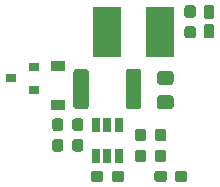
<source format=gtp>
G04 #@! TF.GenerationSoftware,KiCad,Pcbnew,(5.1.2)-1*
G04 #@! TF.CreationDate,2019-05-27T15:40:09+12:00*
G04 #@! TF.ProjectId,TinyBEC,54696e79-4245-4432-9e6b-696361645f70,rev?*
G04 #@! TF.SameCoordinates,Original*
G04 #@! TF.FileFunction,Paste,Top*
G04 #@! TF.FilePolarity,Positive*
%FSLAX46Y46*%
G04 Gerber Fmt 4.6, Leading zero omitted, Abs format (unit mm)*
G04 Created by KiCad (PCBNEW (5.1.2)-1) date 2019-05-27 15:40:10*
%MOMM*%
%LPD*%
G04 APERTURE LIST*
%ADD10C,0.100000*%
%ADD11C,0.950000*%
%ADD12C,1.300000*%
%ADD13R,1.200000X0.900000*%
%ADD14C,0.850000*%
%ADD15R,2.400000X4.200000*%
%ADD16R,0.900000X0.800000*%
%ADD17R,0.650000X1.220000*%
%ADD18C,1.150000*%
G04 APERTURE END LIST*
D10*
G36*
X126560779Y-107001144D02*
G01*
X126583834Y-107004563D01*
X126606443Y-107010227D01*
X126628387Y-107018079D01*
X126649457Y-107028044D01*
X126669448Y-107040026D01*
X126688168Y-107053910D01*
X126705438Y-107069562D01*
X126721090Y-107086832D01*
X126734974Y-107105552D01*
X126746956Y-107125543D01*
X126756921Y-107146613D01*
X126764773Y-107168557D01*
X126770437Y-107191166D01*
X126773856Y-107214221D01*
X126775000Y-107237500D01*
X126775000Y-107812500D01*
X126773856Y-107835779D01*
X126770437Y-107858834D01*
X126764773Y-107881443D01*
X126756921Y-107903387D01*
X126746956Y-107924457D01*
X126734974Y-107944448D01*
X126721090Y-107963168D01*
X126705438Y-107980438D01*
X126688168Y-107996090D01*
X126669448Y-108009974D01*
X126649457Y-108021956D01*
X126628387Y-108031921D01*
X126606443Y-108039773D01*
X126583834Y-108045437D01*
X126560779Y-108048856D01*
X126537500Y-108050000D01*
X126062500Y-108050000D01*
X126039221Y-108048856D01*
X126016166Y-108045437D01*
X125993557Y-108039773D01*
X125971613Y-108031921D01*
X125950543Y-108021956D01*
X125930552Y-108009974D01*
X125911832Y-107996090D01*
X125894562Y-107980438D01*
X125878910Y-107963168D01*
X125865026Y-107944448D01*
X125853044Y-107924457D01*
X125843079Y-107903387D01*
X125835227Y-107881443D01*
X125829563Y-107858834D01*
X125826144Y-107835779D01*
X125825000Y-107812500D01*
X125825000Y-107237500D01*
X125826144Y-107214221D01*
X125829563Y-107191166D01*
X125835227Y-107168557D01*
X125843079Y-107146613D01*
X125853044Y-107125543D01*
X125865026Y-107105552D01*
X125878910Y-107086832D01*
X125894562Y-107069562D01*
X125911832Y-107053910D01*
X125930552Y-107040026D01*
X125950543Y-107028044D01*
X125971613Y-107018079D01*
X125993557Y-107010227D01*
X126016166Y-107004563D01*
X126039221Y-107001144D01*
X126062500Y-107000000D01*
X126537500Y-107000000D01*
X126560779Y-107001144D01*
X126560779Y-107001144D01*
G37*
D11*
X126300000Y-107525000D03*
D10*
G36*
X126560779Y-108751144D02*
G01*
X126583834Y-108754563D01*
X126606443Y-108760227D01*
X126628387Y-108768079D01*
X126649457Y-108778044D01*
X126669448Y-108790026D01*
X126688168Y-108803910D01*
X126705438Y-108819562D01*
X126721090Y-108836832D01*
X126734974Y-108855552D01*
X126746956Y-108875543D01*
X126756921Y-108896613D01*
X126764773Y-108918557D01*
X126770437Y-108941166D01*
X126773856Y-108964221D01*
X126775000Y-108987500D01*
X126775000Y-109562500D01*
X126773856Y-109585779D01*
X126770437Y-109608834D01*
X126764773Y-109631443D01*
X126756921Y-109653387D01*
X126746956Y-109674457D01*
X126734974Y-109694448D01*
X126721090Y-109713168D01*
X126705438Y-109730438D01*
X126688168Y-109746090D01*
X126669448Y-109759974D01*
X126649457Y-109771956D01*
X126628387Y-109781921D01*
X126606443Y-109789773D01*
X126583834Y-109795437D01*
X126560779Y-109798856D01*
X126537500Y-109800000D01*
X126062500Y-109800000D01*
X126039221Y-109798856D01*
X126016166Y-109795437D01*
X125993557Y-109789773D01*
X125971613Y-109781921D01*
X125950543Y-109771956D01*
X125930552Y-109759974D01*
X125911832Y-109746090D01*
X125894562Y-109730438D01*
X125878910Y-109713168D01*
X125865026Y-109694448D01*
X125853044Y-109674457D01*
X125843079Y-109653387D01*
X125835227Y-109631443D01*
X125829563Y-109608834D01*
X125826144Y-109585779D01*
X125825000Y-109562500D01*
X125825000Y-108987500D01*
X125826144Y-108964221D01*
X125829563Y-108941166D01*
X125835227Y-108918557D01*
X125843079Y-108896613D01*
X125853044Y-108875543D01*
X125865026Y-108855552D01*
X125878910Y-108836832D01*
X125894562Y-108819562D01*
X125911832Y-108803910D01*
X125930552Y-108790026D01*
X125950543Y-108778044D01*
X125971613Y-108768079D01*
X125993557Y-108760227D01*
X126016166Y-108754563D01*
X126039221Y-108751144D01*
X126062500Y-108750000D01*
X126537500Y-108750000D01*
X126560779Y-108751144D01*
X126560779Y-108751144D01*
G37*
D11*
X126300000Y-109275000D03*
D10*
G36*
X121699504Y-101901204D02*
G01*
X121723773Y-101904804D01*
X121747571Y-101910765D01*
X121770671Y-101919030D01*
X121792849Y-101929520D01*
X121813893Y-101942133D01*
X121833598Y-101956747D01*
X121851777Y-101973223D01*
X121868253Y-101991402D01*
X121882867Y-102011107D01*
X121895480Y-102032151D01*
X121905970Y-102054329D01*
X121914235Y-102077429D01*
X121920196Y-102101227D01*
X121923796Y-102125496D01*
X121925000Y-102150000D01*
X121925000Y-105050000D01*
X121923796Y-105074504D01*
X121920196Y-105098773D01*
X121914235Y-105122571D01*
X121905970Y-105145671D01*
X121895480Y-105167849D01*
X121882867Y-105188893D01*
X121868253Y-105208598D01*
X121851777Y-105226777D01*
X121833598Y-105243253D01*
X121813893Y-105257867D01*
X121792849Y-105270480D01*
X121770671Y-105280970D01*
X121747571Y-105289235D01*
X121723773Y-105295196D01*
X121699504Y-105298796D01*
X121675000Y-105300000D01*
X120875000Y-105300000D01*
X120850496Y-105298796D01*
X120826227Y-105295196D01*
X120802429Y-105289235D01*
X120779329Y-105280970D01*
X120757151Y-105270480D01*
X120736107Y-105257867D01*
X120716402Y-105243253D01*
X120698223Y-105226777D01*
X120681747Y-105208598D01*
X120667133Y-105188893D01*
X120654520Y-105167849D01*
X120644030Y-105145671D01*
X120635765Y-105122571D01*
X120629804Y-105098773D01*
X120626204Y-105074504D01*
X120625000Y-105050000D01*
X120625000Y-102150000D01*
X120626204Y-102125496D01*
X120629804Y-102101227D01*
X120635765Y-102077429D01*
X120644030Y-102054329D01*
X120654520Y-102032151D01*
X120667133Y-102011107D01*
X120681747Y-101991402D01*
X120698223Y-101973223D01*
X120716402Y-101956747D01*
X120736107Y-101942133D01*
X120757151Y-101929520D01*
X120779329Y-101919030D01*
X120802429Y-101910765D01*
X120826227Y-101904804D01*
X120850496Y-101901204D01*
X120875000Y-101900000D01*
X121675000Y-101900000D01*
X121699504Y-101901204D01*
X121699504Y-101901204D01*
G37*
D12*
X121275000Y-103600000D03*
D10*
G36*
X126149504Y-101901204D02*
G01*
X126173773Y-101904804D01*
X126197571Y-101910765D01*
X126220671Y-101919030D01*
X126242849Y-101929520D01*
X126263893Y-101942133D01*
X126283598Y-101956747D01*
X126301777Y-101973223D01*
X126318253Y-101991402D01*
X126332867Y-102011107D01*
X126345480Y-102032151D01*
X126355970Y-102054329D01*
X126364235Y-102077429D01*
X126370196Y-102101227D01*
X126373796Y-102125496D01*
X126375000Y-102150000D01*
X126375000Y-105050000D01*
X126373796Y-105074504D01*
X126370196Y-105098773D01*
X126364235Y-105122571D01*
X126355970Y-105145671D01*
X126345480Y-105167849D01*
X126332867Y-105188893D01*
X126318253Y-105208598D01*
X126301777Y-105226777D01*
X126283598Y-105243253D01*
X126263893Y-105257867D01*
X126242849Y-105270480D01*
X126220671Y-105280970D01*
X126197571Y-105289235D01*
X126173773Y-105295196D01*
X126149504Y-105298796D01*
X126125000Y-105300000D01*
X125325000Y-105300000D01*
X125300496Y-105298796D01*
X125276227Y-105295196D01*
X125252429Y-105289235D01*
X125229329Y-105280970D01*
X125207151Y-105270480D01*
X125186107Y-105257867D01*
X125166402Y-105243253D01*
X125148223Y-105226777D01*
X125131747Y-105208598D01*
X125117133Y-105188893D01*
X125104520Y-105167849D01*
X125094030Y-105145671D01*
X125085765Y-105122571D01*
X125079804Y-105098773D01*
X125076204Y-105074504D01*
X125075000Y-105050000D01*
X125075000Y-102150000D01*
X125076204Y-102125496D01*
X125079804Y-102101227D01*
X125085765Y-102077429D01*
X125094030Y-102054329D01*
X125104520Y-102032151D01*
X125117133Y-102011107D01*
X125131747Y-101991402D01*
X125148223Y-101973223D01*
X125166402Y-101956747D01*
X125186107Y-101942133D01*
X125207151Y-101929520D01*
X125229329Y-101919030D01*
X125252429Y-101910765D01*
X125276227Y-101904804D01*
X125300496Y-101901204D01*
X125325000Y-101900000D01*
X126125000Y-101900000D01*
X126149504Y-101901204D01*
X126149504Y-101901204D01*
G37*
D12*
X125725000Y-103600000D03*
D13*
X119300000Y-101650000D03*
X119300000Y-104950000D03*
D10*
G36*
X132333329Y-98101023D02*
G01*
X132353957Y-98104083D01*
X132374185Y-98109150D01*
X132393820Y-98116176D01*
X132412672Y-98125092D01*
X132430559Y-98135813D01*
X132447309Y-98148235D01*
X132462760Y-98162240D01*
X132476765Y-98177691D01*
X132489187Y-98194441D01*
X132499908Y-98212328D01*
X132508824Y-98231180D01*
X132515850Y-98250815D01*
X132520917Y-98271043D01*
X132523977Y-98291671D01*
X132525000Y-98312500D01*
X132525000Y-99112500D01*
X132523977Y-99133329D01*
X132520917Y-99153957D01*
X132515850Y-99174185D01*
X132508824Y-99193820D01*
X132499908Y-99212672D01*
X132489187Y-99230559D01*
X132476765Y-99247309D01*
X132462760Y-99262760D01*
X132447309Y-99276765D01*
X132430559Y-99289187D01*
X132412672Y-99299908D01*
X132393820Y-99308824D01*
X132374185Y-99315850D01*
X132353957Y-99320917D01*
X132333329Y-99323977D01*
X132312500Y-99325000D01*
X131887500Y-99325000D01*
X131866671Y-99323977D01*
X131846043Y-99320917D01*
X131825815Y-99315850D01*
X131806180Y-99308824D01*
X131787328Y-99299908D01*
X131769441Y-99289187D01*
X131752691Y-99276765D01*
X131737240Y-99262760D01*
X131723235Y-99247309D01*
X131710813Y-99230559D01*
X131700092Y-99212672D01*
X131691176Y-99193820D01*
X131684150Y-99174185D01*
X131679083Y-99153957D01*
X131676023Y-99133329D01*
X131675000Y-99112500D01*
X131675000Y-98312500D01*
X131676023Y-98291671D01*
X131679083Y-98271043D01*
X131684150Y-98250815D01*
X131691176Y-98231180D01*
X131700092Y-98212328D01*
X131710813Y-98194441D01*
X131723235Y-98177691D01*
X131737240Y-98162240D01*
X131752691Y-98148235D01*
X131769441Y-98135813D01*
X131787328Y-98125092D01*
X131806180Y-98116176D01*
X131825815Y-98109150D01*
X131846043Y-98104083D01*
X131866671Y-98101023D01*
X131887500Y-98100000D01*
X132312500Y-98100000D01*
X132333329Y-98101023D01*
X132333329Y-98101023D01*
G37*
D14*
X132100000Y-98712500D03*
D10*
G36*
X132333329Y-96476023D02*
G01*
X132353957Y-96479083D01*
X132374185Y-96484150D01*
X132393820Y-96491176D01*
X132412672Y-96500092D01*
X132430559Y-96510813D01*
X132447309Y-96523235D01*
X132462760Y-96537240D01*
X132476765Y-96552691D01*
X132489187Y-96569441D01*
X132499908Y-96587328D01*
X132508824Y-96606180D01*
X132515850Y-96625815D01*
X132520917Y-96646043D01*
X132523977Y-96666671D01*
X132525000Y-96687500D01*
X132525000Y-97487500D01*
X132523977Y-97508329D01*
X132520917Y-97528957D01*
X132515850Y-97549185D01*
X132508824Y-97568820D01*
X132499908Y-97587672D01*
X132489187Y-97605559D01*
X132476765Y-97622309D01*
X132462760Y-97637760D01*
X132447309Y-97651765D01*
X132430559Y-97664187D01*
X132412672Y-97674908D01*
X132393820Y-97683824D01*
X132374185Y-97690850D01*
X132353957Y-97695917D01*
X132333329Y-97698977D01*
X132312500Y-97700000D01*
X131887500Y-97700000D01*
X131866671Y-97698977D01*
X131846043Y-97695917D01*
X131825815Y-97690850D01*
X131806180Y-97683824D01*
X131787328Y-97674908D01*
X131769441Y-97664187D01*
X131752691Y-97651765D01*
X131737240Y-97637760D01*
X131723235Y-97622309D01*
X131710813Y-97605559D01*
X131700092Y-97587672D01*
X131691176Y-97568820D01*
X131684150Y-97549185D01*
X131679083Y-97528957D01*
X131676023Y-97508329D01*
X131675000Y-97487500D01*
X131675000Y-96687500D01*
X131676023Y-96666671D01*
X131679083Y-96646043D01*
X131684150Y-96625815D01*
X131691176Y-96606180D01*
X131700092Y-96587328D01*
X131710813Y-96569441D01*
X131723235Y-96552691D01*
X131737240Y-96537240D01*
X131752691Y-96523235D01*
X131769441Y-96510813D01*
X131787328Y-96500092D01*
X131806180Y-96491176D01*
X131825815Y-96484150D01*
X131846043Y-96479083D01*
X131866671Y-96476023D01*
X131887500Y-96475000D01*
X132312500Y-96475000D01*
X132333329Y-96476023D01*
X132333329Y-96476023D01*
G37*
D14*
X132100000Y-97087500D03*
D15*
X123450000Y-98800000D03*
X127950000Y-98800000D03*
D16*
X117300000Y-103650000D03*
X117300000Y-101750000D03*
X115300000Y-102700000D03*
D10*
G36*
X121260779Y-106101144D02*
G01*
X121283834Y-106104563D01*
X121306443Y-106110227D01*
X121328387Y-106118079D01*
X121349457Y-106128044D01*
X121369448Y-106140026D01*
X121388168Y-106153910D01*
X121405438Y-106169562D01*
X121421090Y-106186832D01*
X121434974Y-106205552D01*
X121446956Y-106225543D01*
X121456921Y-106246613D01*
X121464773Y-106268557D01*
X121470437Y-106291166D01*
X121473856Y-106314221D01*
X121475000Y-106337500D01*
X121475000Y-106912500D01*
X121473856Y-106935779D01*
X121470437Y-106958834D01*
X121464773Y-106981443D01*
X121456921Y-107003387D01*
X121446956Y-107024457D01*
X121434974Y-107044448D01*
X121421090Y-107063168D01*
X121405438Y-107080438D01*
X121388168Y-107096090D01*
X121369448Y-107109974D01*
X121349457Y-107121956D01*
X121328387Y-107131921D01*
X121306443Y-107139773D01*
X121283834Y-107145437D01*
X121260779Y-107148856D01*
X121237500Y-107150000D01*
X120762500Y-107150000D01*
X120739221Y-107148856D01*
X120716166Y-107145437D01*
X120693557Y-107139773D01*
X120671613Y-107131921D01*
X120650543Y-107121956D01*
X120630552Y-107109974D01*
X120611832Y-107096090D01*
X120594562Y-107080438D01*
X120578910Y-107063168D01*
X120565026Y-107044448D01*
X120553044Y-107024457D01*
X120543079Y-107003387D01*
X120535227Y-106981443D01*
X120529563Y-106958834D01*
X120526144Y-106935779D01*
X120525000Y-106912500D01*
X120525000Y-106337500D01*
X120526144Y-106314221D01*
X120529563Y-106291166D01*
X120535227Y-106268557D01*
X120543079Y-106246613D01*
X120553044Y-106225543D01*
X120565026Y-106205552D01*
X120578910Y-106186832D01*
X120594562Y-106169562D01*
X120611832Y-106153910D01*
X120630552Y-106140026D01*
X120650543Y-106128044D01*
X120671613Y-106118079D01*
X120693557Y-106110227D01*
X120716166Y-106104563D01*
X120739221Y-106101144D01*
X120762500Y-106100000D01*
X121237500Y-106100000D01*
X121260779Y-106101144D01*
X121260779Y-106101144D01*
G37*
D11*
X121000000Y-106625000D03*
D10*
G36*
X121260779Y-107851144D02*
G01*
X121283834Y-107854563D01*
X121306443Y-107860227D01*
X121328387Y-107868079D01*
X121349457Y-107878044D01*
X121369448Y-107890026D01*
X121388168Y-107903910D01*
X121405438Y-107919562D01*
X121421090Y-107936832D01*
X121434974Y-107955552D01*
X121446956Y-107975543D01*
X121456921Y-107996613D01*
X121464773Y-108018557D01*
X121470437Y-108041166D01*
X121473856Y-108064221D01*
X121475000Y-108087500D01*
X121475000Y-108662500D01*
X121473856Y-108685779D01*
X121470437Y-108708834D01*
X121464773Y-108731443D01*
X121456921Y-108753387D01*
X121446956Y-108774457D01*
X121434974Y-108794448D01*
X121421090Y-108813168D01*
X121405438Y-108830438D01*
X121388168Y-108846090D01*
X121369448Y-108859974D01*
X121349457Y-108871956D01*
X121328387Y-108881921D01*
X121306443Y-108889773D01*
X121283834Y-108895437D01*
X121260779Y-108898856D01*
X121237500Y-108900000D01*
X120762500Y-108900000D01*
X120739221Y-108898856D01*
X120716166Y-108895437D01*
X120693557Y-108889773D01*
X120671613Y-108881921D01*
X120650543Y-108871956D01*
X120630552Y-108859974D01*
X120611832Y-108846090D01*
X120594562Y-108830438D01*
X120578910Y-108813168D01*
X120565026Y-108794448D01*
X120553044Y-108774457D01*
X120543079Y-108753387D01*
X120535227Y-108731443D01*
X120529563Y-108708834D01*
X120526144Y-108685779D01*
X120525000Y-108662500D01*
X120525000Y-108087500D01*
X120526144Y-108064221D01*
X120529563Y-108041166D01*
X120535227Y-108018557D01*
X120543079Y-107996613D01*
X120553044Y-107975543D01*
X120565026Y-107955552D01*
X120578910Y-107936832D01*
X120594562Y-107919562D01*
X120611832Y-107903910D01*
X120630552Y-107890026D01*
X120650543Y-107878044D01*
X120671613Y-107868079D01*
X120693557Y-107860227D01*
X120716166Y-107854563D01*
X120739221Y-107851144D01*
X120762500Y-107850000D01*
X121237500Y-107850000D01*
X121260779Y-107851144D01*
X121260779Y-107851144D01*
G37*
D11*
X121000000Y-108375000D03*
D10*
G36*
X122935779Y-110526144D02*
G01*
X122958834Y-110529563D01*
X122981443Y-110535227D01*
X123003387Y-110543079D01*
X123024457Y-110553044D01*
X123044448Y-110565026D01*
X123063168Y-110578910D01*
X123080438Y-110594562D01*
X123096090Y-110611832D01*
X123109974Y-110630552D01*
X123121956Y-110650543D01*
X123131921Y-110671613D01*
X123139773Y-110693557D01*
X123145437Y-110716166D01*
X123148856Y-110739221D01*
X123150000Y-110762500D01*
X123150000Y-111237500D01*
X123148856Y-111260779D01*
X123145437Y-111283834D01*
X123139773Y-111306443D01*
X123131921Y-111328387D01*
X123121956Y-111349457D01*
X123109974Y-111369448D01*
X123096090Y-111388168D01*
X123080438Y-111405438D01*
X123063168Y-111421090D01*
X123044448Y-111434974D01*
X123024457Y-111446956D01*
X123003387Y-111456921D01*
X122981443Y-111464773D01*
X122958834Y-111470437D01*
X122935779Y-111473856D01*
X122912500Y-111475000D01*
X122337500Y-111475000D01*
X122314221Y-111473856D01*
X122291166Y-111470437D01*
X122268557Y-111464773D01*
X122246613Y-111456921D01*
X122225543Y-111446956D01*
X122205552Y-111434974D01*
X122186832Y-111421090D01*
X122169562Y-111405438D01*
X122153910Y-111388168D01*
X122140026Y-111369448D01*
X122128044Y-111349457D01*
X122118079Y-111328387D01*
X122110227Y-111306443D01*
X122104563Y-111283834D01*
X122101144Y-111260779D01*
X122100000Y-111237500D01*
X122100000Y-110762500D01*
X122101144Y-110739221D01*
X122104563Y-110716166D01*
X122110227Y-110693557D01*
X122118079Y-110671613D01*
X122128044Y-110650543D01*
X122140026Y-110630552D01*
X122153910Y-110611832D01*
X122169562Y-110594562D01*
X122186832Y-110578910D01*
X122205552Y-110565026D01*
X122225543Y-110553044D01*
X122246613Y-110543079D01*
X122268557Y-110535227D01*
X122291166Y-110529563D01*
X122314221Y-110526144D01*
X122337500Y-110525000D01*
X122912500Y-110525000D01*
X122935779Y-110526144D01*
X122935779Y-110526144D01*
G37*
D11*
X122625000Y-111000000D03*
D10*
G36*
X124685779Y-110526144D02*
G01*
X124708834Y-110529563D01*
X124731443Y-110535227D01*
X124753387Y-110543079D01*
X124774457Y-110553044D01*
X124794448Y-110565026D01*
X124813168Y-110578910D01*
X124830438Y-110594562D01*
X124846090Y-110611832D01*
X124859974Y-110630552D01*
X124871956Y-110650543D01*
X124881921Y-110671613D01*
X124889773Y-110693557D01*
X124895437Y-110716166D01*
X124898856Y-110739221D01*
X124900000Y-110762500D01*
X124900000Y-111237500D01*
X124898856Y-111260779D01*
X124895437Y-111283834D01*
X124889773Y-111306443D01*
X124881921Y-111328387D01*
X124871956Y-111349457D01*
X124859974Y-111369448D01*
X124846090Y-111388168D01*
X124830438Y-111405438D01*
X124813168Y-111421090D01*
X124794448Y-111434974D01*
X124774457Y-111446956D01*
X124753387Y-111456921D01*
X124731443Y-111464773D01*
X124708834Y-111470437D01*
X124685779Y-111473856D01*
X124662500Y-111475000D01*
X124087500Y-111475000D01*
X124064221Y-111473856D01*
X124041166Y-111470437D01*
X124018557Y-111464773D01*
X123996613Y-111456921D01*
X123975543Y-111446956D01*
X123955552Y-111434974D01*
X123936832Y-111421090D01*
X123919562Y-111405438D01*
X123903910Y-111388168D01*
X123890026Y-111369448D01*
X123878044Y-111349457D01*
X123868079Y-111328387D01*
X123860227Y-111306443D01*
X123854563Y-111283834D01*
X123851144Y-111260779D01*
X123850000Y-111237500D01*
X123850000Y-110762500D01*
X123851144Y-110739221D01*
X123854563Y-110716166D01*
X123860227Y-110693557D01*
X123868079Y-110671613D01*
X123878044Y-110650543D01*
X123890026Y-110630552D01*
X123903910Y-110611832D01*
X123919562Y-110594562D01*
X123936832Y-110578910D01*
X123955552Y-110565026D01*
X123975543Y-110553044D01*
X123996613Y-110543079D01*
X124018557Y-110535227D01*
X124041166Y-110529563D01*
X124064221Y-110526144D01*
X124087500Y-110525000D01*
X124662500Y-110525000D01*
X124685779Y-110526144D01*
X124685779Y-110526144D01*
G37*
D11*
X124375000Y-111000000D03*
D10*
G36*
X128260779Y-107001144D02*
G01*
X128283834Y-107004563D01*
X128306443Y-107010227D01*
X128328387Y-107018079D01*
X128349457Y-107028044D01*
X128369448Y-107040026D01*
X128388168Y-107053910D01*
X128405438Y-107069562D01*
X128421090Y-107086832D01*
X128434974Y-107105552D01*
X128446956Y-107125543D01*
X128456921Y-107146613D01*
X128464773Y-107168557D01*
X128470437Y-107191166D01*
X128473856Y-107214221D01*
X128475000Y-107237500D01*
X128475000Y-107812500D01*
X128473856Y-107835779D01*
X128470437Y-107858834D01*
X128464773Y-107881443D01*
X128456921Y-107903387D01*
X128446956Y-107924457D01*
X128434974Y-107944448D01*
X128421090Y-107963168D01*
X128405438Y-107980438D01*
X128388168Y-107996090D01*
X128369448Y-108009974D01*
X128349457Y-108021956D01*
X128328387Y-108031921D01*
X128306443Y-108039773D01*
X128283834Y-108045437D01*
X128260779Y-108048856D01*
X128237500Y-108050000D01*
X127762500Y-108050000D01*
X127739221Y-108048856D01*
X127716166Y-108045437D01*
X127693557Y-108039773D01*
X127671613Y-108031921D01*
X127650543Y-108021956D01*
X127630552Y-108009974D01*
X127611832Y-107996090D01*
X127594562Y-107980438D01*
X127578910Y-107963168D01*
X127565026Y-107944448D01*
X127553044Y-107924457D01*
X127543079Y-107903387D01*
X127535227Y-107881443D01*
X127529563Y-107858834D01*
X127526144Y-107835779D01*
X127525000Y-107812500D01*
X127525000Y-107237500D01*
X127526144Y-107214221D01*
X127529563Y-107191166D01*
X127535227Y-107168557D01*
X127543079Y-107146613D01*
X127553044Y-107125543D01*
X127565026Y-107105552D01*
X127578910Y-107086832D01*
X127594562Y-107069562D01*
X127611832Y-107053910D01*
X127630552Y-107040026D01*
X127650543Y-107028044D01*
X127671613Y-107018079D01*
X127693557Y-107010227D01*
X127716166Y-107004563D01*
X127739221Y-107001144D01*
X127762500Y-107000000D01*
X128237500Y-107000000D01*
X128260779Y-107001144D01*
X128260779Y-107001144D01*
G37*
D11*
X128000000Y-107525000D03*
D10*
G36*
X128260779Y-108751144D02*
G01*
X128283834Y-108754563D01*
X128306443Y-108760227D01*
X128328387Y-108768079D01*
X128349457Y-108778044D01*
X128369448Y-108790026D01*
X128388168Y-108803910D01*
X128405438Y-108819562D01*
X128421090Y-108836832D01*
X128434974Y-108855552D01*
X128446956Y-108875543D01*
X128456921Y-108896613D01*
X128464773Y-108918557D01*
X128470437Y-108941166D01*
X128473856Y-108964221D01*
X128475000Y-108987500D01*
X128475000Y-109562500D01*
X128473856Y-109585779D01*
X128470437Y-109608834D01*
X128464773Y-109631443D01*
X128456921Y-109653387D01*
X128446956Y-109674457D01*
X128434974Y-109694448D01*
X128421090Y-109713168D01*
X128405438Y-109730438D01*
X128388168Y-109746090D01*
X128369448Y-109759974D01*
X128349457Y-109771956D01*
X128328387Y-109781921D01*
X128306443Y-109789773D01*
X128283834Y-109795437D01*
X128260779Y-109798856D01*
X128237500Y-109800000D01*
X127762500Y-109800000D01*
X127739221Y-109798856D01*
X127716166Y-109795437D01*
X127693557Y-109789773D01*
X127671613Y-109781921D01*
X127650543Y-109771956D01*
X127630552Y-109759974D01*
X127611832Y-109746090D01*
X127594562Y-109730438D01*
X127578910Y-109713168D01*
X127565026Y-109694448D01*
X127553044Y-109674457D01*
X127543079Y-109653387D01*
X127535227Y-109631443D01*
X127529563Y-109608834D01*
X127526144Y-109585779D01*
X127525000Y-109562500D01*
X127525000Y-108987500D01*
X127526144Y-108964221D01*
X127529563Y-108941166D01*
X127535227Y-108918557D01*
X127543079Y-108896613D01*
X127553044Y-108875543D01*
X127565026Y-108855552D01*
X127578910Y-108836832D01*
X127594562Y-108819562D01*
X127611832Y-108803910D01*
X127630552Y-108790026D01*
X127650543Y-108778044D01*
X127671613Y-108768079D01*
X127693557Y-108760227D01*
X127716166Y-108754563D01*
X127739221Y-108751144D01*
X127762500Y-108750000D01*
X128237500Y-108750000D01*
X128260779Y-108751144D01*
X128260779Y-108751144D01*
G37*
D11*
X128000000Y-109275000D03*
D10*
G36*
X130760779Y-96526144D02*
G01*
X130783834Y-96529563D01*
X130806443Y-96535227D01*
X130828387Y-96543079D01*
X130849457Y-96553044D01*
X130869448Y-96565026D01*
X130888168Y-96578910D01*
X130905438Y-96594562D01*
X130921090Y-96611832D01*
X130934974Y-96630552D01*
X130946956Y-96650543D01*
X130956921Y-96671613D01*
X130964773Y-96693557D01*
X130970437Y-96716166D01*
X130973856Y-96739221D01*
X130975000Y-96762500D01*
X130975000Y-97337500D01*
X130973856Y-97360779D01*
X130970437Y-97383834D01*
X130964773Y-97406443D01*
X130956921Y-97428387D01*
X130946956Y-97449457D01*
X130934974Y-97469448D01*
X130921090Y-97488168D01*
X130905438Y-97505438D01*
X130888168Y-97521090D01*
X130869448Y-97534974D01*
X130849457Y-97546956D01*
X130828387Y-97556921D01*
X130806443Y-97564773D01*
X130783834Y-97570437D01*
X130760779Y-97573856D01*
X130737500Y-97575000D01*
X130262500Y-97575000D01*
X130239221Y-97573856D01*
X130216166Y-97570437D01*
X130193557Y-97564773D01*
X130171613Y-97556921D01*
X130150543Y-97546956D01*
X130130552Y-97534974D01*
X130111832Y-97521090D01*
X130094562Y-97505438D01*
X130078910Y-97488168D01*
X130065026Y-97469448D01*
X130053044Y-97449457D01*
X130043079Y-97428387D01*
X130035227Y-97406443D01*
X130029563Y-97383834D01*
X130026144Y-97360779D01*
X130025000Y-97337500D01*
X130025000Y-96762500D01*
X130026144Y-96739221D01*
X130029563Y-96716166D01*
X130035227Y-96693557D01*
X130043079Y-96671613D01*
X130053044Y-96650543D01*
X130065026Y-96630552D01*
X130078910Y-96611832D01*
X130094562Y-96594562D01*
X130111832Y-96578910D01*
X130130552Y-96565026D01*
X130150543Y-96553044D01*
X130171613Y-96543079D01*
X130193557Y-96535227D01*
X130216166Y-96529563D01*
X130239221Y-96526144D01*
X130262500Y-96525000D01*
X130737500Y-96525000D01*
X130760779Y-96526144D01*
X130760779Y-96526144D01*
G37*
D11*
X130500000Y-97050000D03*
D10*
G36*
X130760779Y-98276144D02*
G01*
X130783834Y-98279563D01*
X130806443Y-98285227D01*
X130828387Y-98293079D01*
X130849457Y-98303044D01*
X130869448Y-98315026D01*
X130888168Y-98328910D01*
X130905438Y-98344562D01*
X130921090Y-98361832D01*
X130934974Y-98380552D01*
X130946956Y-98400543D01*
X130956921Y-98421613D01*
X130964773Y-98443557D01*
X130970437Y-98466166D01*
X130973856Y-98489221D01*
X130975000Y-98512500D01*
X130975000Y-99087500D01*
X130973856Y-99110779D01*
X130970437Y-99133834D01*
X130964773Y-99156443D01*
X130956921Y-99178387D01*
X130946956Y-99199457D01*
X130934974Y-99219448D01*
X130921090Y-99238168D01*
X130905438Y-99255438D01*
X130888168Y-99271090D01*
X130869448Y-99284974D01*
X130849457Y-99296956D01*
X130828387Y-99306921D01*
X130806443Y-99314773D01*
X130783834Y-99320437D01*
X130760779Y-99323856D01*
X130737500Y-99325000D01*
X130262500Y-99325000D01*
X130239221Y-99323856D01*
X130216166Y-99320437D01*
X130193557Y-99314773D01*
X130171613Y-99306921D01*
X130150543Y-99296956D01*
X130130552Y-99284974D01*
X130111832Y-99271090D01*
X130094562Y-99255438D01*
X130078910Y-99238168D01*
X130065026Y-99219448D01*
X130053044Y-99199457D01*
X130043079Y-99178387D01*
X130035227Y-99156443D01*
X130029563Y-99133834D01*
X130026144Y-99110779D01*
X130025000Y-99087500D01*
X130025000Y-98512500D01*
X130026144Y-98489221D01*
X130029563Y-98466166D01*
X130035227Y-98443557D01*
X130043079Y-98421613D01*
X130053044Y-98400543D01*
X130065026Y-98380552D01*
X130078910Y-98361832D01*
X130094562Y-98344562D01*
X130111832Y-98328910D01*
X130130552Y-98315026D01*
X130150543Y-98303044D01*
X130171613Y-98293079D01*
X130193557Y-98285227D01*
X130216166Y-98279563D01*
X130239221Y-98276144D01*
X130262500Y-98275000D01*
X130737500Y-98275000D01*
X130760779Y-98276144D01*
X130760779Y-98276144D01*
G37*
D11*
X130500000Y-98800000D03*
D10*
G36*
X128310779Y-110526144D02*
G01*
X128333834Y-110529563D01*
X128356443Y-110535227D01*
X128378387Y-110543079D01*
X128399457Y-110553044D01*
X128419448Y-110565026D01*
X128438168Y-110578910D01*
X128455438Y-110594562D01*
X128471090Y-110611832D01*
X128484974Y-110630552D01*
X128496956Y-110650543D01*
X128506921Y-110671613D01*
X128514773Y-110693557D01*
X128520437Y-110716166D01*
X128523856Y-110739221D01*
X128525000Y-110762500D01*
X128525000Y-111237500D01*
X128523856Y-111260779D01*
X128520437Y-111283834D01*
X128514773Y-111306443D01*
X128506921Y-111328387D01*
X128496956Y-111349457D01*
X128484974Y-111369448D01*
X128471090Y-111388168D01*
X128455438Y-111405438D01*
X128438168Y-111421090D01*
X128419448Y-111434974D01*
X128399457Y-111446956D01*
X128378387Y-111456921D01*
X128356443Y-111464773D01*
X128333834Y-111470437D01*
X128310779Y-111473856D01*
X128287500Y-111475000D01*
X127712500Y-111475000D01*
X127689221Y-111473856D01*
X127666166Y-111470437D01*
X127643557Y-111464773D01*
X127621613Y-111456921D01*
X127600543Y-111446956D01*
X127580552Y-111434974D01*
X127561832Y-111421090D01*
X127544562Y-111405438D01*
X127528910Y-111388168D01*
X127515026Y-111369448D01*
X127503044Y-111349457D01*
X127493079Y-111328387D01*
X127485227Y-111306443D01*
X127479563Y-111283834D01*
X127476144Y-111260779D01*
X127475000Y-111237500D01*
X127475000Y-110762500D01*
X127476144Y-110739221D01*
X127479563Y-110716166D01*
X127485227Y-110693557D01*
X127493079Y-110671613D01*
X127503044Y-110650543D01*
X127515026Y-110630552D01*
X127528910Y-110611832D01*
X127544562Y-110594562D01*
X127561832Y-110578910D01*
X127580552Y-110565026D01*
X127600543Y-110553044D01*
X127621613Y-110543079D01*
X127643557Y-110535227D01*
X127666166Y-110529563D01*
X127689221Y-110526144D01*
X127712500Y-110525000D01*
X128287500Y-110525000D01*
X128310779Y-110526144D01*
X128310779Y-110526144D01*
G37*
D11*
X128000000Y-111000000D03*
D10*
G36*
X130060779Y-110526144D02*
G01*
X130083834Y-110529563D01*
X130106443Y-110535227D01*
X130128387Y-110543079D01*
X130149457Y-110553044D01*
X130169448Y-110565026D01*
X130188168Y-110578910D01*
X130205438Y-110594562D01*
X130221090Y-110611832D01*
X130234974Y-110630552D01*
X130246956Y-110650543D01*
X130256921Y-110671613D01*
X130264773Y-110693557D01*
X130270437Y-110716166D01*
X130273856Y-110739221D01*
X130275000Y-110762500D01*
X130275000Y-111237500D01*
X130273856Y-111260779D01*
X130270437Y-111283834D01*
X130264773Y-111306443D01*
X130256921Y-111328387D01*
X130246956Y-111349457D01*
X130234974Y-111369448D01*
X130221090Y-111388168D01*
X130205438Y-111405438D01*
X130188168Y-111421090D01*
X130169448Y-111434974D01*
X130149457Y-111446956D01*
X130128387Y-111456921D01*
X130106443Y-111464773D01*
X130083834Y-111470437D01*
X130060779Y-111473856D01*
X130037500Y-111475000D01*
X129462500Y-111475000D01*
X129439221Y-111473856D01*
X129416166Y-111470437D01*
X129393557Y-111464773D01*
X129371613Y-111456921D01*
X129350543Y-111446956D01*
X129330552Y-111434974D01*
X129311832Y-111421090D01*
X129294562Y-111405438D01*
X129278910Y-111388168D01*
X129265026Y-111369448D01*
X129253044Y-111349457D01*
X129243079Y-111328387D01*
X129235227Y-111306443D01*
X129229563Y-111283834D01*
X129226144Y-111260779D01*
X129225000Y-111237500D01*
X129225000Y-110762500D01*
X129226144Y-110739221D01*
X129229563Y-110716166D01*
X129235227Y-110693557D01*
X129243079Y-110671613D01*
X129253044Y-110650543D01*
X129265026Y-110630552D01*
X129278910Y-110611832D01*
X129294562Y-110594562D01*
X129311832Y-110578910D01*
X129330552Y-110565026D01*
X129350543Y-110553044D01*
X129371613Y-110543079D01*
X129393557Y-110535227D01*
X129416166Y-110529563D01*
X129439221Y-110526144D01*
X129462500Y-110525000D01*
X130037500Y-110525000D01*
X130060779Y-110526144D01*
X130060779Y-110526144D01*
G37*
D11*
X129750000Y-111000000D03*
D10*
G36*
X119560779Y-106101144D02*
G01*
X119583834Y-106104563D01*
X119606443Y-106110227D01*
X119628387Y-106118079D01*
X119649457Y-106128044D01*
X119669448Y-106140026D01*
X119688168Y-106153910D01*
X119705438Y-106169562D01*
X119721090Y-106186832D01*
X119734974Y-106205552D01*
X119746956Y-106225543D01*
X119756921Y-106246613D01*
X119764773Y-106268557D01*
X119770437Y-106291166D01*
X119773856Y-106314221D01*
X119775000Y-106337500D01*
X119775000Y-106912500D01*
X119773856Y-106935779D01*
X119770437Y-106958834D01*
X119764773Y-106981443D01*
X119756921Y-107003387D01*
X119746956Y-107024457D01*
X119734974Y-107044448D01*
X119721090Y-107063168D01*
X119705438Y-107080438D01*
X119688168Y-107096090D01*
X119669448Y-107109974D01*
X119649457Y-107121956D01*
X119628387Y-107131921D01*
X119606443Y-107139773D01*
X119583834Y-107145437D01*
X119560779Y-107148856D01*
X119537500Y-107150000D01*
X119062500Y-107150000D01*
X119039221Y-107148856D01*
X119016166Y-107145437D01*
X118993557Y-107139773D01*
X118971613Y-107131921D01*
X118950543Y-107121956D01*
X118930552Y-107109974D01*
X118911832Y-107096090D01*
X118894562Y-107080438D01*
X118878910Y-107063168D01*
X118865026Y-107044448D01*
X118853044Y-107024457D01*
X118843079Y-107003387D01*
X118835227Y-106981443D01*
X118829563Y-106958834D01*
X118826144Y-106935779D01*
X118825000Y-106912500D01*
X118825000Y-106337500D01*
X118826144Y-106314221D01*
X118829563Y-106291166D01*
X118835227Y-106268557D01*
X118843079Y-106246613D01*
X118853044Y-106225543D01*
X118865026Y-106205552D01*
X118878910Y-106186832D01*
X118894562Y-106169562D01*
X118911832Y-106153910D01*
X118930552Y-106140026D01*
X118950543Y-106128044D01*
X118971613Y-106118079D01*
X118993557Y-106110227D01*
X119016166Y-106104563D01*
X119039221Y-106101144D01*
X119062500Y-106100000D01*
X119537500Y-106100000D01*
X119560779Y-106101144D01*
X119560779Y-106101144D01*
G37*
D11*
X119300000Y-106625000D03*
D10*
G36*
X119560779Y-107851144D02*
G01*
X119583834Y-107854563D01*
X119606443Y-107860227D01*
X119628387Y-107868079D01*
X119649457Y-107878044D01*
X119669448Y-107890026D01*
X119688168Y-107903910D01*
X119705438Y-107919562D01*
X119721090Y-107936832D01*
X119734974Y-107955552D01*
X119746956Y-107975543D01*
X119756921Y-107996613D01*
X119764773Y-108018557D01*
X119770437Y-108041166D01*
X119773856Y-108064221D01*
X119775000Y-108087500D01*
X119775000Y-108662500D01*
X119773856Y-108685779D01*
X119770437Y-108708834D01*
X119764773Y-108731443D01*
X119756921Y-108753387D01*
X119746956Y-108774457D01*
X119734974Y-108794448D01*
X119721090Y-108813168D01*
X119705438Y-108830438D01*
X119688168Y-108846090D01*
X119669448Y-108859974D01*
X119649457Y-108871956D01*
X119628387Y-108881921D01*
X119606443Y-108889773D01*
X119583834Y-108895437D01*
X119560779Y-108898856D01*
X119537500Y-108900000D01*
X119062500Y-108900000D01*
X119039221Y-108898856D01*
X119016166Y-108895437D01*
X118993557Y-108889773D01*
X118971613Y-108881921D01*
X118950543Y-108871956D01*
X118930552Y-108859974D01*
X118911832Y-108846090D01*
X118894562Y-108830438D01*
X118878910Y-108813168D01*
X118865026Y-108794448D01*
X118853044Y-108774457D01*
X118843079Y-108753387D01*
X118835227Y-108731443D01*
X118829563Y-108708834D01*
X118826144Y-108685779D01*
X118825000Y-108662500D01*
X118825000Y-108087500D01*
X118826144Y-108064221D01*
X118829563Y-108041166D01*
X118835227Y-108018557D01*
X118843079Y-107996613D01*
X118853044Y-107975543D01*
X118865026Y-107955552D01*
X118878910Y-107936832D01*
X118894562Y-107919562D01*
X118911832Y-107903910D01*
X118930552Y-107890026D01*
X118950543Y-107878044D01*
X118971613Y-107868079D01*
X118993557Y-107860227D01*
X119016166Y-107854563D01*
X119039221Y-107851144D01*
X119062500Y-107850000D01*
X119537500Y-107850000D01*
X119560779Y-107851144D01*
X119560779Y-107851144D01*
G37*
D11*
X119300000Y-108375000D03*
D17*
X124450000Y-106690000D03*
X123500000Y-106690000D03*
X122550000Y-106690000D03*
X122550000Y-109310000D03*
X123500000Y-109310000D03*
X124450000Y-109310000D03*
D10*
G36*
X128874505Y-102101204D02*
G01*
X128898773Y-102104804D01*
X128922572Y-102110765D01*
X128945671Y-102119030D01*
X128967850Y-102129520D01*
X128988893Y-102142132D01*
X129008599Y-102156747D01*
X129026777Y-102173223D01*
X129043253Y-102191401D01*
X129057868Y-102211107D01*
X129070480Y-102232150D01*
X129080970Y-102254329D01*
X129089235Y-102277428D01*
X129095196Y-102301227D01*
X129098796Y-102325495D01*
X129100000Y-102349999D01*
X129100000Y-103000001D01*
X129098796Y-103024505D01*
X129095196Y-103048773D01*
X129089235Y-103072572D01*
X129080970Y-103095671D01*
X129070480Y-103117850D01*
X129057868Y-103138893D01*
X129043253Y-103158599D01*
X129026777Y-103176777D01*
X129008599Y-103193253D01*
X128988893Y-103207868D01*
X128967850Y-103220480D01*
X128945671Y-103230970D01*
X128922572Y-103239235D01*
X128898773Y-103245196D01*
X128874505Y-103248796D01*
X128850001Y-103250000D01*
X127949999Y-103250000D01*
X127925495Y-103248796D01*
X127901227Y-103245196D01*
X127877428Y-103239235D01*
X127854329Y-103230970D01*
X127832150Y-103220480D01*
X127811107Y-103207868D01*
X127791401Y-103193253D01*
X127773223Y-103176777D01*
X127756747Y-103158599D01*
X127742132Y-103138893D01*
X127729520Y-103117850D01*
X127719030Y-103095671D01*
X127710765Y-103072572D01*
X127704804Y-103048773D01*
X127701204Y-103024505D01*
X127700000Y-103000001D01*
X127700000Y-102349999D01*
X127701204Y-102325495D01*
X127704804Y-102301227D01*
X127710765Y-102277428D01*
X127719030Y-102254329D01*
X127729520Y-102232150D01*
X127742132Y-102211107D01*
X127756747Y-102191401D01*
X127773223Y-102173223D01*
X127791401Y-102156747D01*
X127811107Y-102142132D01*
X127832150Y-102129520D01*
X127854329Y-102119030D01*
X127877428Y-102110765D01*
X127901227Y-102104804D01*
X127925495Y-102101204D01*
X127949999Y-102100000D01*
X128850001Y-102100000D01*
X128874505Y-102101204D01*
X128874505Y-102101204D01*
G37*
D18*
X128400000Y-102675000D03*
D10*
G36*
X128874505Y-104151204D02*
G01*
X128898773Y-104154804D01*
X128922572Y-104160765D01*
X128945671Y-104169030D01*
X128967850Y-104179520D01*
X128988893Y-104192132D01*
X129008599Y-104206747D01*
X129026777Y-104223223D01*
X129043253Y-104241401D01*
X129057868Y-104261107D01*
X129070480Y-104282150D01*
X129080970Y-104304329D01*
X129089235Y-104327428D01*
X129095196Y-104351227D01*
X129098796Y-104375495D01*
X129100000Y-104399999D01*
X129100000Y-105050001D01*
X129098796Y-105074505D01*
X129095196Y-105098773D01*
X129089235Y-105122572D01*
X129080970Y-105145671D01*
X129070480Y-105167850D01*
X129057868Y-105188893D01*
X129043253Y-105208599D01*
X129026777Y-105226777D01*
X129008599Y-105243253D01*
X128988893Y-105257868D01*
X128967850Y-105270480D01*
X128945671Y-105280970D01*
X128922572Y-105289235D01*
X128898773Y-105295196D01*
X128874505Y-105298796D01*
X128850001Y-105300000D01*
X127949999Y-105300000D01*
X127925495Y-105298796D01*
X127901227Y-105295196D01*
X127877428Y-105289235D01*
X127854329Y-105280970D01*
X127832150Y-105270480D01*
X127811107Y-105257868D01*
X127791401Y-105243253D01*
X127773223Y-105226777D01*
X127756747Y-105208599D01*
X127742132Y-105188893D01*
X127729520Y-105167850D01*
X127719030Y-105145671D01*
X127710765Y-105122572D01*
X127704804Y-105098773D01*
X127701204Y-105074505D01*
X127700000Y-105050001D01*
X127700000Y-104399999D01*
X127701204Y-104375495D01*
X127704804Y-104351227D01*
X127710765Y-104327428D01*
X127719030Y-104304329D01*
X127729520Y-104282150D01*
X127742132Y-104261107D01*
X127756747Y-104241401D01*
X127773223Y-104223223D01*
X127791401Y-104206747D01*
X127811107Y-104192132D01*
X127832150Y-104179520D01*
X127854329Y-104169030D01*
X127877428Y-104160765D01*
X127901227Y-104154804D01*
X127925495Y-104151204D01*
X127949999Y-104150000D01*
X128850001Y-104150000D01*
X128874505Y-104151204D01*
X128874505Y-104151204D01*
G37*
D18*
X128400000Y-104725000D03*
M02*

</source>
